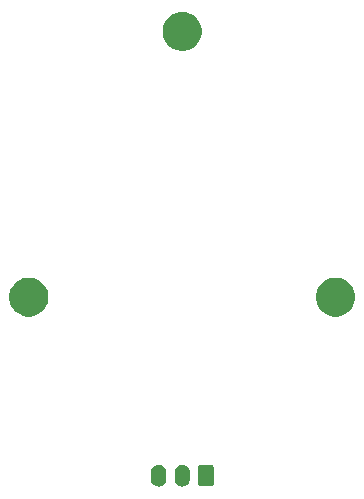
<source format=gbr>
G04 #@! TF.GenerationSoftware,KiCad,Pcbnew,(5.0.1-3-g963ef8bb5)*
G04 #@! TF.CreationDate,2019-08-29T11:39:49+02:00*
G04 #@! TF.ProjectId,crecol_encoder,637265636F6C5F656E636F6465722E6B,rev?*
G04 #@! TF.SameCoordinates,Original*
G04 #@! TF.FileFunction,Soldermask,Top*
G04 #@! TF.FilePolarity,Negative*
%FSLAX46Y46*%
G04 Gerber Fmt 4.6, Leading zero omitted, Abs format (unit mm)*
G04 Created by KiCad (PCBNEW (5.0.1-3-g963ef8bb5)) date 2019 August 29, Thursday 11:39:49*
%MOMM*%
%LPD*%
G01*
G04 APERTURE LIST*
%ADD10C,0.100000*%
G04 APERTURE END LIST*
D10*
G36*
X98127618Y-121683420D02*
X98209427Y-121708237D01*
X98250333Y-121720645D01*
X98328600Y-121762480D01*
X98363426Y-121781095D01*
X98462553Y-121862447D01*
X98543905Y-121961574D01*
X98543906Y-121961576D01*
X98604355Y-122074667D01*
X98604355Y-122074668D01*
X98641580Y-122197382D01*
X98651000Y-122293027D01*
X98651000Y-122906973D01*
X98641580Y-123002618D01*
X98616763Y-123084427D01*
X98604355Y-123125333D01*
X98550819Y-123225491D01*
X98543905Y-123238426D01*
X98462553Y-123337553D01*
X98462551Y-123337555D01*
X98427595Y-123366242D01*
X98363425Y-123418905D01*
X98311699Y-123446553D01*
X98250332Y-123479355D01*
X98209426Y-123491763D01*
X98127617Y-123516580D01*
X98000000Y-123529149D01*
X97872382Y-123516580D01*
X97790573Y-123491763D01*
X97749667Y-123479355D01*
X97636576Y-123418906D01*
X97636574Y-123418905D01*
X97537447Y-123337553D01*
X97456095Y-123238425D01*
X97395646Y-123125333D01*
X97395645Y-123125332D01*
X97383237Y-123084426D01*
X97358420Y-123002617D01*
X97349000Y-122906972D01*
X97349000Y-122293027D01*
X97358420Y-122197382D01*
X97395645Y-122074668D01*
X97395645Y-122074667D01*
X97415795Y-122036970D01*
X97456095Y-121961574D01*
X97537448Y-121862447D01*
X97636575Y-121781095D01*
X97671401Y-121762480D01*
X97749668Y-121720645D01*
X97790574Y-121708237D01*
X97872383Y-121683420D01*
X98000000Y-121670851D01*
X98127618Y-121683420D01*
X98127618Y-121683420D01*
G37*
G36*
X100127618Y-121683420D02*
X100209427Y-121708237D01*
X100250333Y-121720645D01*
X100328600Y-121762480D01*
X100363426Y-121781095D01*
X100462553Y-121862447D01*
X100543905Y-121961574D01*
X100543906Y-121961576D01*
X100604355Y-122074667D01*
X100604355Y-122074668D01*
X100641580Y-122197382D01*
X100651000Y-122293027D01*
X100651000Y-122906973D01*
X100641580Y-123002618D01*
X100616763Y-123084427D01*
X100604355Y-123125333D01*
X100550819Y-123225491D01*
X100543905Y-123238426D01*
X100462553Y-123337553D01*
X100462551Y-123337555D01*
X100427595Y-123366242D01*
X100363425Y-123418905D01*
X100311699Y-123446553D01*
X100250332Y-123479355D01*
X100209426Y-123491763D01*
X100127617Y-123516580D01*
X100000000Y-123529149D01*
X99872382Y-123516580D01*
X99790573Y-123491763D01*
X99749667Y-123479355D01*
X99636576Y-123418906D01*
X99636574Y-123418905D01*
X99537447Y-123337553D01*
X99456095Y-123238425D01*
X99395646Y-123125333D01*
X99395645Y-123125332D01*
X99383237Y-123084426D01*
X99358420Y-123002617D01*
X99349000Y-122906972D01*
X99349000Y-122293027D01*
X99358420Y-122197382D01*
X99395645Y-122074668D01*
X99395645Y-122074667D01*
X99415795Y-122036970D01*
X99456095Y-121961574D01*
X99537448Y-121862447D01*
X99636575Y-121781095D01*
X99671401Y-121762480D01*
X99749668Y-121720645D01*
X99790574Y-121708237D01*
X99872383Y-121683420D01*
X100000000Y-121670851D01*
X100127618Y-121683420D01*
X100127618Y-121683420D01*
G37*
G36*
X102491242Y-121678404D02*
X102528339Y-121689657D01*
X102562520Y-121707927D01*
X102592482Y-121732518D01*
X102617073Y-121762480D01*
X102635343Y-121796661D01*
X102646596Y-121833758D01*
X102651000Y-121878473D01*
X102651000Y-123321527D01*
X102646596Y-123366242D01*
X102635343Y-123403339D01*
X102617073Y-123437520D01*
X102592482Y-123467482D01*
X102562520Y-123492073D01*
X102528339Y-123510343D01*
X102491242Y-123521596D01*
X102446527Y-123526000D01*
X101553473Y-123526000D01*
X101508758Y-123521596D01*
X101471661Y-123510343D01*
X101437480Y-123492073D01*
X101407518Y-123467482D01*
X101382927Y-123437520D01*
X101364657Y-123403339D01*
X101353404Y-123366242D01*
X101349000Y-123321527D01*
X101349000Y-121878473D01*
X101353404Y-121833758D01*
X101364657Y-121796661D01*
X101382927Y-121762480D01*
X101407518Y-121732518D01*
X101437480Y-121707927D01*
X101471661Y-121689657D01*
X101508758Y-121678404D01*
X101553473Y-121674000D01*
X102446527Y-121674000D01*
X102491242Y-121678404D01*
X102491242Y-121678404D01*
G37*
G36*
X113365637Y-105891298D02*
X113471960Y-105912447D01*
X113772423Y-106036903D01*
X114039233Y-106215180D01*
X114042835Y-106217587D01*
X114272794Y-106447546D01*
X114453479Y-106717960D01*
X114577934Y-107018422D01*
X114641381Y-107337389D01*
X114641381Y-107662611D01*
X114577934Y-107981578D01*
X114453479Y-108282040D01*
X114272794Y-108552454D01*
X114042835Y-108782413D01*
X114042832Y-108782415D01*
X113772423Y-108963097D01*
X113471960Y-109087553D01*
X113365637Y-109108702D01*
X113152992Y-109151000D01*
X112827770Y-109151000D01*
X112615125Y-109108702D01*
X112508802Y-109087553D01*
X112208339Y-108963097D01*
X111937930Y-108782415D01*
X111937927Y-108782413D01*
X111707968Y-108552454D01*
X111527283Y-108282040D01*
X111402828Y-107981578D01*
X111339381Y-107662611D01*
X111339381Y-107337389D01*
X111402828Y-107018422D01*
X111527283Y-106717960D01*
X111707968Y-106447546D01*
X111937927Y-106217587D01*
X111941529Y-106215180D01*
X112208339Y-106036903D01*
X112508802Y-105912447D01*
X112615125Y-105891298D01*
X112827770Y-105849000D01*
X113152992Y-105849000D01*
X113365637Y-105891298D01*
X113365637Y-105891298D01*
G37*
G36*
X87384875Y-105891298D02*
X87491198Y-105912447D01*
X87791661Y-106036903D01*
X88058471Y-106215180D01*
X88062073Y-106217587D01*
X88292032Y-106447546D01*
X88472717Y-106717960D01*
X88597172Y-107018422D01*
X88660619Y-107337389D01*
X88660619Y-107662611D01*
X88597172Y-107981578D01*
X88472717Y-108282040D01*
X88292032Y-108552454D01*
X88062073Y-108782413D01*
X88062070Y-108782415D01*
X87791661Y-108963097D01*
X87491198Y-109087553D01*
X87384875Y-109108702D01*
X87172230Y-109151000D01*
X86847008Y-109151000D01*
X86634363Y-109108702D01*
X86528040Y-109087553D01*
X86227577Y-108963097D01*
X85957168Y-108782415D01*
X85957165Y-108782413D01*
X85727206Y-108552454D01*
X85546521Y-108282040D01*
X85422066Y-107981578D01*
X85358619Y-107662611D01*
X85358619Y-107337389D01*
X85422066Y-107018422D01*
X85546521Y-106717960D01*
X85727206Y-106447546D01*
X85957165Y-106217587D01*
X85960767Y-106215180D01*
X86227577Y-106036903D01*
X86528040Y-105912447D01*
X86634363Y-105891298D01*
X86847008Y-105849000D01*
X87172230Y-105849000D01*
X87384875Y-105891298D01*
X87384875Y-105891298D01*
G37*
G36*
X100375256Y-83391298D02*
X100481579Y-83412447D01*
X100782042Y-83536903D01*
X101048852Y-83715180D01*
X101052454Y-83717587D01*
X101282413Y-83947546D01*
X101463098Y-84217960D01*
X101587553Y-84518422D01*
X101651000Y-84837389D01*
X101651000Y-85162611D01*
X101587553Y-85481578D01*
X101463098Y-85782040D01*
X101282413Y-86052454D01*
X101052454Y-86282413D01*
X101052451Y-86282415D01*
X100782042Y-86463097D01*
X100481579Y-86587553D01*
X100375256Y-86608702D01*
X100162611Y-86651000D01*
X99837389Y-86651000D01*
X99624744Y-86608702D01*
X99518421Y-86587553D01*
X99217958Y-86463097D01*
X98947549Y-86282415D01*
X98947546Y-86282413D01*
X98717587Y-86052454D01*
X98536902Y-85782040D01*
X98412447Y-85481578D01*
X98349000Y-85162611D01*
X98349000Y-84837389D01*
X98412447Y-84518422D01*
X98536902Y-84217960D01*
X98717587Y-83947546D01*
X98947546Y-83717587D01*
X98951148Y-83715180D01*
X99217958Y-83536903D01*
X99518421Y-83412447D01*
X99624744Y-83391298D01*
X99837389Y-83349000D01*
X100162611Y-83349000D01*
X100375256Y-83391298D01*
X100375256Y-83391298D01*
G37*
M02*

</source>
